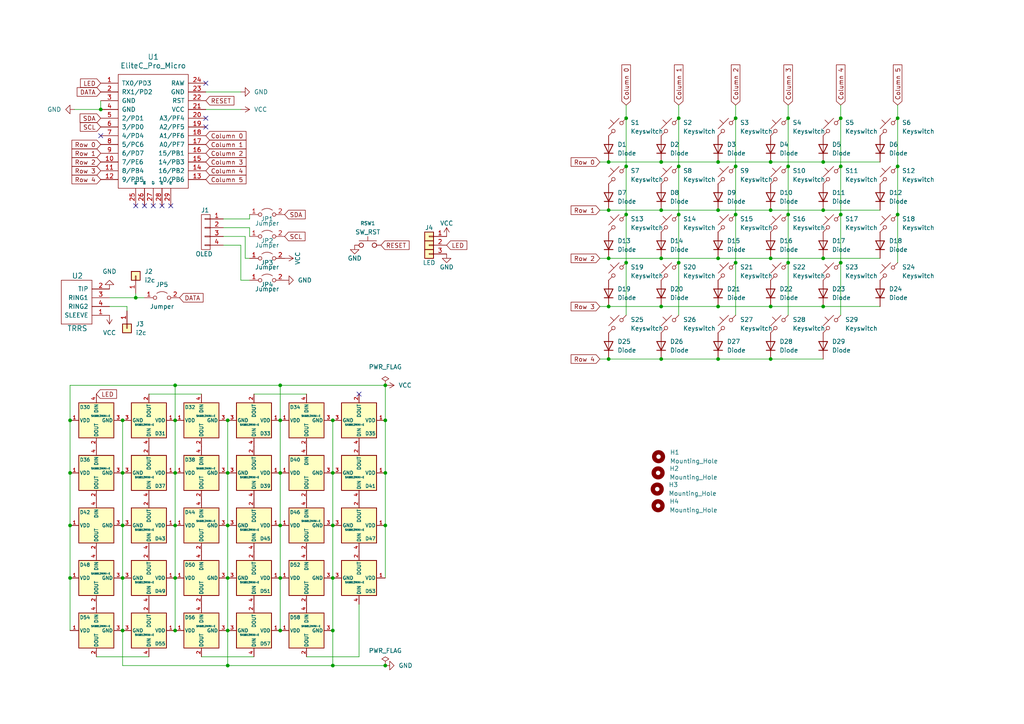
<source format=kicad_sch>
(kicad_sch (version 20230121) (generator eeschema)
  (paper "A4")
  (junction (at 66.04 182.88))
  (junction (at 66.04 137.16))
  (junction (at 81.28 137.16))
  (junction (at 208.28 74.93))
  (junction (at 213.36 62.23))
  (junction (at 81.28 152.4))
  (junction (at 35.56 182.88))
  (junction (at 238.76 74.93))
  (junction (at 50.8 167.64))
  (junction (at 238.76 46.99))
  (junction (at 243.84 76.2))
  (junction (at 181.61 34.29))
  (junction (at 191.77 46.99))
  (junction (at 181.61 76.2))
  (junction (at 111.76 111.76))
  (junction (at 191.77 88.9))
  (junction (at 176.53 88.9))
  (junction (at 196.85 48.26))
  (junction (at 20.32 121.92))
  (junction (at 81.28 182.88))
  (junction (at 50.8 137.16))
  (junction (at 260.35 48.26))
  (junction (at 243.84 34.29))
  (junction (at 66.04 167.64))
  (junction (at 96.52 121.92))
  (junction (at 208.28 46.99))
  (junction (at 228.6 62.23))
  (junction (at 35.56 167.64))
  (junction (at 181.61 62.23))
  (junction (at 35.56 152.4))
  (junction (at 243.84 48.26))
  (junction (at 196.85 62.23))
  (junction (at 196.85 76.2))
  (junction (at 50.8 182.88))
  (junction (at 20.32 167.64))
  (junction (at 39.37 86.36))
  (junction (at 238.76 60.96))
  (junction (at 228.6 48.26))
  (junction (at 208.28 60.96))
  (junction (at 111.76 193.04))
  (junction (at 35.56 137.16))
  (junction (at 81.28 111.76))
  (junction (at 196.85 34.29))
  (junction (at 223.52 74.93))
  (junction (at 20.32 152.4))
  (junction (at 29.21 31.75))
  (junction (at 176.53 46.99))
  (junction (at 208.28 104.14))
  (junction (at 111.76 152.4))
  (junction (at 20.32 137.16))
  (junction (at 176.53 104.14))
  (junction (at 213.36 76.2))
  (junction (at 50.8 121.92))
  (junction (at 243.84 62.23))
  (junction (at 96.52 193.04))
  (junction (at 81.28 167.64))
  (junction (at 223.52 46.99))
  (junction (at 96.52 167.64))
  (junction (at 260.35 34.29))
  (junction (at 66.04 193.04))
  (junction (at 260.35 62.23))
  (junction (at 176.53 60.96))
  (junction (at 228.6 34.29))
  (junction (at 96.52 137.16))
  (junction (at 66.04 121.92))
  (junction (at 181.61 48.26))
  (junction (at 50.8 152.4))
  (junction (at 176.53 74.93))
  (junction (at 35.56 121.92))
  (junction (at 191.77 74.93))
  (junction (at 223.52 104.14))
  (junction (at 96.52 152.4))
  (junction (at 213.36 48.26))
  (junction (at 213.36 34.29))
  (junction (at 50.8 111.76))
  (junction (at 111.76 137.16))
  (junction (at 223.52 88.9))
  (junction (at 66.04 152.4))
  (junction (at 81.28 121.92))
  (junction (at 96.52 182.88))
  (junction (at 228.6 76.2))
  (junction (at 191.77 60.96))
  (junction (at 191.77 104.14))
  (junction (at 111.76 121.92))
  (junction (at 238.76 88.9))
  (junction (at 223.52 60.96))
  (junction (at 208.28 88.9))
  (no_connect (at 46.99 59.69))
  (no_connect (at 59.69 36.83))
  (no_connect (at 41.91 59.69))
  (no_connect (at 44.45 59.69))
  (no_connect (at 59.69 24.13))
  (no_connect (at 104.14 114.3))
  (no_connect (at 59.69 34.29))
  (no_connect (at 39.37 59.69))
  (no_connect (at 49.53 59.69))
  (no_connect (at 29.21 39.37))
  (wire (pts (xy 50.8 111.76) (xy 50.8 121.92)))
  (wire (pts (xy 111.76 137.16) (xy 111.76 152.4)))
  (wire (pts (xy 243.84 76.2) (xy 243.84 91.44)))
  (wire (pts (xy 35.56 152.4) (xy 35.56 167.64)))
  (wire (pts (xy 20.32 121.92) (xy 20.32 137.16)))
  (wire (pts (xy 81.28 111.76) (xy 81.28 121.92)))
  (wire (pts (xy 111.76 121.92) (xy 111.76 137.16)))
  (wire (pts (xy 238.76 74.93) (xy 255.27 74.93)))
  (wire (pts (xy 81.28 137.16) (xy 81.28 152.4)))
  (wire (pts (xy 29.21 29.21) (xy 29.21 31.75)))
  (wire (pts (xy 31.75 86.36) (xy 39.37 86.36)))
  (wire (pts (xy 50.8 152.4) (xy 50.8 167.64)))
  (wire (pts (xy 223.52 46.99) (xy 238.76 46.99)))
  (wire (pts (xy 176.53 74.93) (xy 191.77 74.93)))
  (wire (pts (xy 81.28 111.76) (xy 111.76 111.76)))
  (wire (pts (xy 64.77 68.58) (xy 71.12 68.58)))
  (wire (pts (xy 50.8 137.16) (xy 50.8 152.4)))
  (wire (pts (xy 81.28 121.92) (xy 81.28 137.16)))
  (wire (pts (xy 69.85 71.12) (xy 69.85 81.28)))
  (wire (pts (xy 228.6 62.23) (xy 228.6 76.2)))
  (wire (pts (xy 69.85 81.28) (xy 72.39 81.28)))
  (wire (pts (xy 243.84 62.23) (xy 243.84 76.2)))
  (wire (pts (xy 243.84 30.48) (xy 243.84 34.29)))
  (wire (pts (xy 223.52 60.96) (xy 238.76 60.96)))
  (wire (pts (xy 81.28 167.64) (xy 81.28 182.88)))
  (wire (pts (xy 228.6 30.48) (xy 228.6 34.29)))
  (wire (pts (xy 64.77 66.04) (xy 72.39 66.04)))
  (wire (pts (xy 223.52 104.14) (xy 238.76 104.14)))
  (wire (pts (xy 20.32 111.76) (xy 50.8 111.76)))
  (wire (pts (xy 36.83 88.9) (xy 36.83 90.17)))
  (wire (pts (xy 196.85 34.29) (xy 196.85 48.26)))
  (wire (pts (xy 196.85 62.23) (xy 196.85 76.2)))
  (wire (pts (xy 191.77 88.9) (xy 208.28 88.9)))
  (wire (pts (xy 181.61 76.2) (xy 181.61 91.44)))
  (wire (pts (xy 228.6 76.2) (xy 228.6 91.44)))
  (wire (pts (xy 173.99 60.96) (xy 176.53 60.96)))
  (wire (pts (xy 72.39 66.04) (xy 72.39 68.58)))
  (wire (pts (xy 96.52 167.64) (xy 96.52 182.88)))
  (wire (pts (xy 181.61 34.29) (xy 181.61 48.26)))
  (wire (pts (xy 59.69 31.75) (xy 69.85 31.75)))
  (wire (pts (xy 191.77 60.96) (xy 208.28 60.96)))
  (wire (pts (xy 173.99 104.14) (xy 176.53 104.14)))
  (wire (pts (xy 223.52 74.93) (xy 238.76 74.93)))
  (wire (pts (xy 27.94 190.5) (xy 43.18 190.5)))
  (wire (pts (xy 208.28 74.93) (xy 223.52 74.93)))
  (wire (pts (xy 223.52 88.9) (xy 238.76 88.9)))
  (wire (pts (xy 20.32 167.64) (xy 20.32 182.88)))
  (wire (pts (xy 66.04 121.92) (xy 66.04 137.16)))
  (wire (pts (xy 96.52 121.92) (xy 96.52 137.16)))
  (wire (pts (xy 96.52 137.16) (xy 96.52 152.4)))
  (wire (pts (xy 66.04 152.4) (xy 66.04 167.64)))
  (wire (pts (xy 35.56 167.64) (xy 35.56 182.88)))
  (wire (pts (xy 213.36 76.2) (xy 213.36 91.44)))
  (wire (pts (xy 228.6 34.29) (xy 228.6 48.26)))
  (wire (pts (xy 260.35 48.26) (xy 260.35 62.23)))
  (wire (pts (xy 66.04 193.04) (xy 96.52 193.04)))
  (wire (pts (xy 96.52 152.4) (xy 96.52 167.64)))
  (wire (pts (xy 71.12 74.93) (xy 72.39 74.93)))
  (wire (pts (xy 58.42 190.5) (xy 73.66 190.5)))
  (wire (pts (xy 20.32 111.76) (xy 20.32 121.92)))
  (wire (pts (xy 181.61 62.23) (xy 181.61 76.2)))
  (wire (pts (xy 20.32 137.16) (xy 20.32 152.4)))
  (wire (pts (xy 213.36 34.29) (xy 213.36 48.26)))
  (wire (pts (xy 81.28 152.4) (xy 81.28 167.64)))
  (wire (pts (xy 50.8 121.92) (xy 50.8 137.16)))
  (wire (pts (xy 35.56 121.92) (xy 35.56 137.16)))
  (wire (pts (xy 238.76 46.99) (xy 255.27 46.99)))
  (wire (pts (xy 66.04 182.88) (xy 66.04 193.04)))
  (wire (pts (xy 96.52 182.88) (xy 96.52 193.04)))
  (wire (pts (xy 260.35 62.23) (xy 260.35 76.2)))
  (wire (pts (xy 176.53 46.99) (xy 191.77 46.99)))
  (wire (pts (xy 213.36 62.23) (xy 213.36 76.2)))
  (wire (pts (xy 181.61 48.26) (xy 181.61 62.23)))
  (wire (pts (xy 176.53 104.14) (xy 191.77 104.14)))
  (wire (pts (xy 72.39 63.5) (xy 72.39 62.23)))
  (wire (pts (xy 208.28 46.99) (xy 223.52 46.99)))
  (wire (pts (xy 50.8 167.64) (xy 50.8 182.88)))
  (wire (pts (xy 208.28 104.14) (xy 223.52 104.14)))
  (wire (pts (xy 39.37 86.36) (xy 39.37 85.09)))
  (wire (pts (xy 71.12 68.58) (xy 71.12 74.93)))
  (wire (pts (xy 196.85 76.2) (xy 196.85 91.44)))
  (wire (pts (xy 111.76 152.4) (xy 111.76 167.64)))
  (wire (pts (xy 50.8 111.76) (xy 81.28 111.76)))
  (wire (pts (xy 39.37 86.36) (xy 41.91 86.36)))
  (wire (pts (xy 238.76 88.9) (xy 255.27 88.9)))
  (wire (pts (xy 59.69 26.67) (xy 69.85 26.67)))
  (wire (pts (xy 96.52 193.04) (xy 111.76 193.04)))
  (wire (pts (xy 104.14 175.26) (xy 104.14 190.5)))
  (wire (pts (xy 111.76 111.76) (xy 111.76 121.92)))
  (wire (pts (xy 196.85 48.26) (xy 196.85 62.23)))
  (wire (pts (xy 35.56 182.88) (xy 35.56 193.04)))
  (wire (pts (xy 176.53 88.9) (xy 191.77 88.9)))
  (wire (pts (xy 69.85 71.12) (xy 64.77 71.12)))
  (wire (pts (xy 191.77 104.14) (xy 208.28 104.14)))
  (wire (pts (xy 21.59 31.75) (xy 29.21 31.75)))
  (wire (pts (xy 196.85 30.48) (xy 196.85 34.29)))
  (wire (pts (xy 260.35 34.29) (xy 260.35 48.26)))
  (wire (pts (xy 243.84 48.26) (xy 243.84 62.23)))
  (wire (pts (xy 66.04 167.64) (xy 66.04 182.88)))
  (wire (pts (xy 173.99 46.99) (xy 176.53 46.99)))
  (wire (pts (xy 20.32 152.4) (xy 20.32 167.64)))
  (wire (pts (xy 173.99 88.9) (xy 176.53 88.9)))
  (wire (pts (xy 191.77 74.93) (xy 208.28 74.93)))
  (wire (pts (xy 208.28 60.96) (xy 223.52 60.96)))
  (wire (pts (xy 43.18 114.3) (xy 58.42 114.3)))
  (wire (pts (xy 181.61 30.48) (xy 181.61 34.29)))
  (wire (pts (xy 88.9 190.5) (xy 104.14 190.5)))
  (wire (pts (xy 66.04 137.16) (xy 66.04 152.4)))
  (wire (pts (xy 260.35 30.48) (xy 260.35 34.29)))
  (wire (pts (xy 191.77 46.99) (xy 208.28 46.99)))
  (wire (pts (xy 31.75 88.9) (xy 36.83 88.9)))
  (wire (pts (xy 238.76 60.96) (xy 255.27 60.96)))
  (wire (pts (xy 35.56 193.04) (xy 66.04 193.04)))
  (wire (pts (xy 73.66 114.3) (xy 88.9 114.3)))
  (wire (pts (xy 243.84 34.29) (xy 243.84 48.26)))
  (wire (pts (xy 35.56 137.16) (xy 35.56 152.4)))
  (wire (pts (xy 176.53 60.96) (xy 191.77 60.96)))
  (wire (pts (xy 213.36 48.26) (xy 213.36 62.23)))
  (wire (pts (xy 208.28 88.9) (xy 223.52 88.9)))
  (wire (pts (xy 228.6 48.26) (xy 228.6 62.23)))
  (wire (pts (xy 173.99 74.93) (xy 176.53 74.93)))
  (wire (pts (xy 213.36 30.48) (xy 213.36 34.29)))
  (wire (pts (xy 64.77 63.5) (xy 72.39 63.5)))
  (global_label "Column 1" (shape input) (at 196.85 30.48 90) (property "Intersheetrefs" "${INTERSHEET_REFS}" (effects hide)))
  (global_label "LED" (shape input) (at 29.21 24.13 180) (property "Intersheetrefs" "${INTERSHEET_REFS}" (effects hide)))
  (global_label "Column 2" (shape input) (at 59.69 44.45 0) (property "Intersheetrefs" "${INTERSHEET_REFS}" (effects hide)))
  (global_label "SCL" (shape input) (at 82.55 68.58 0) (property "Intersheetrefs" "${INTERSHEET_REFS}" (effects hide)))
  (global_label "SCL" (shape input) (at 29.21 36.83 180) (property "Intersheetrefs" "${INTERSHEET_REFS}" (effects hide)))
  (global_label "Row 4" (shape input) (at 173.99 104.14 180) (property "Intersheetrefs" "${INTERSHEET_REFS}" (effects hide)))
  (global_label "Row 3" (shape input) (at 173.99 88.9 180) (property "Intersheetrefs" "${INTERSHEET_REFS}" (effects hide)))
  (global_label "RESET" (shape input) (at 110.49 71.12 0) (property "Intersheetrefs" "${INTERSHEET_REFS}" (effects hide)))
  (global_label "Column 4" (shape input) (at 59.69 49.53 0) (property "Intersheetrefs" "${INTERSHEET_REFS}" (effects hide)))
  (global_label "Column 3" (shape input) (at 228.6 30.48 90) (property "Intersheetrefs" "${INTERSHEET_REFS}" (effects hide)))
  (global_label "Row 1" (shape input) (at 173.99 60.96 180) (property "Intersheetrefs" "${INTERSHEET_REFS}" (effects hide)))
  (global_label "Column 5" (shape input) (at 59.69 52.07 0) (property "Intersheetrefs" "${INTERSHEET_REFS}" (effects hide)))
  (global_label "Column 2" (shape input) (at 213.36 30.48 90) (property "Intersheetrefs" "${INTERSHEET_REFS}" (effects hide)))
  (global_label "DATA" (shape input) (at 52.07 86.36 0) (property "Intersheetrefs" "${INTERSHEET_REFS}" (effects hide)))
  (global_label "LED" (shape input) (at 129.54 71.12 0) (property "Intersheetrefs" "${INTERSHEET_REFS}" (effects hide)))
  (global_label "Row 0" (shape input) (at 29.21 41.91 180) (property "Intersheetrefs" "${INTERSHEET_REFS}" (effects hide)))
  (global_label "Row 1" (shape input) (at 29.21 44.45 180) (property "Intersheetrefs" "${INTERSHEET_REFS}" (effects hide)))
  (global_label "Column 0" (shape input) (at 181.61 30.48 90) (property "Intersheetrefs" "${INTERSHEET_REFS}" (effects hide)))
  (global_label "Row 3" (shape input) (at 29.21 49.53 180) (property "Intersheetrefs" "${INTERSHEET_REFS}" (effects hide)))
  (global_label "Row 2" (shape input) (at 29.21 46.99 180) (property "Intersheetrefs" "${INTERSHEET_REFS}" (effects hide)))
  (global_label "RESET" (shape input) (at 59.69 29.21 0) (property "Intersheetrefs" "${INTERSHEET_REFS}" (effects hide)))
  (global_label "Column 1" (shape input) (at 59.69 41.91 0) (property "Intersheetrefs" "${INTERSHEET_REFS}" (effects hide)))
  (global_label "Row 4" (shape input) (at 29.21 52.07 180) (property "Intersheetrefs" "${INTERSHEET_REFS}" (effects hide)))
  (global_label "LED" (shape input) (at 27.94 114.3 0) (property "Intersheetrefs" "${INTERSHEET_REFS}" (effects hide)))
  (global_label "SDA" (shape input) (at 29.21 34.29 180) (property "Intersheetrefs" "${INTERSHEET_REFS}" (effects hide)))
  (global_label "Column 5" (shape input) (at 260.35 30.48 90) (property "Intersheetrefs" "${INTERSHEET_REFS}" (effects hide)))
  (global_label "DATA" (shape input) (at 29.21 26.67 180) (property "Intersheetrefs" "${INTERSHEET_REFS}" (effects hide)))
  (global_label "Column 4" (shape input) (at 243.84 30.48 90) (property "Intersheetrefs" "${INTERSHEET_REFS}" (effects hide)))
  (global_label "SDA" (shape input) (at 82.55 62.23 0) (property "Intersheetrefs" "${INTERSHEET_REFS}" (effects hide)))
  (global_label "Column 3" (shape input) (at 59.69 46.99 0) (property "Intersheetrefs" "${INTERSHEET_REFS}" (effects hide)))
  (global_label "Row 0" (shape input) (at 173.99 46.99 180) (property "Intersheetrefs" "${INTERSHEET_REFS}" (effects hide)))
  (global_label "Row 2" (shape input) (at 173.99 74.93 180) (property "Intersheetrefs" "${INTERSHEET_REFS}" (effects hide)))
  (global_label "Column 0" (shape input) (at 59.69 39.37 0) (property "Intersheetrefs" "${INTERSHEET_REFS}" (effects hide)))
  (symbol (lib_id "ScottoKeebs:Placeholder_Keyswitch") (at 257.81 64.77 90) (unit 1)
    (property "Reference" "S18" (at 261.62 63.5 90) (effects (justify right)))
    (property "Value" "Keyswitch" (at 261.62 66.04 90) (effects (justify right)))
    (property "Footprint" "mylocal_footprints:Choc_Hotswap-double-sided" (effects hide))
  )
  (symbol (lib_id "ScottoKeebs:Placeholder_Keyswitch") (at 179.07 64.77 90) (unit 1)
    (property "Reference" "S13" (at 182.88 63.5 90) (effects (justify right)))
    (property "Value" "Keyswitch" (at 182.88 66.04 90) (effects (justify right)))
    (property "Footprint" "mylocal_footprints:Choc_Hotswap-double-sided" (effects hide))
  )
  (symbol (lib_id "SofleKeyboard1:LED_SK6812MINI-E-alt") (at 43.18 152.4 180) (unit 1)
    (property "Reference" "D43" (at 46.48 156.21 0) (effects (font (size 1 1))))
    (property "Value" "SK6812MINI-E" (at 41.91 153.67 0) (effects (font (size 0.5 0.5))))
    (property "Footprint" "mylocal_footprints:SK6812-MINI-E-double-side" (effects hide))
    (property "Datasheet" "https://cdn-shop.adafruit.com/product-files/2686/SK6812MINI_REV.01-1-2.pdf" (effects hide))
  )
  (symbol (lib_id "ScottoKeebs:Placeholder_Mounting_Hole") (at 191.008 132.461 0) (unit 1)
    (property "Reference" "H1" (at 194.31 131.191 0) (effects (justify left)))
    (property "Value" "Mounting_Hole" (at 194.31 133.731 0) (effects (justify left)))
    (property "Footprint" "MountingHole:MountingHole_3.2mm_M3" (effects hide))
  )
  (symbol (lib_id "SofleKeyboard1:LED_SK6812MINI-E-alt") (at 43.18 121.92 180) (unit 1)
    (property "Reference" "D31" (at 46.48 125.73 0) (effects (font (size 1 1))))
    (property "Value" "SK6812MINI-E" (at 41.91 123.19 0) (effects (font (size 0.5 0.5))))
    (property "Footprint" "mylocal_footprints:SK6812-MINI-E-double-side" (effects hide))
    (property "Datasheet" "https://cdn-shop.adafruit.com/product-files/2686/SK6812MINI_REV.01-1-2.pdf" (effects hide))
  )
  (symbol (lib_id "ScottoKeebs:Placeholder_Diode") (at 191.77 100.33 90) (unit 1)
    (property "Reference" "D26" (at 194.31 99.06 90) (effects (justify right)))
    (property "Value" "Diode" (at 194.31 101.6 90) (effects (justify right)))
    (property "Footprint" "mylocal_footprints:Diode_SOD-123-double-sided" (effects hide))
    (property "Sim.Device" "D" (effects hide))
    (property "Sim.Pins" "1=K 2=A" (effects hide))
  )
  (symbol (lib_id "ScottoKeebs:Placeholder_Diode") (at 255.27 85.09 90) (unit 1)
    (property "Reference" "D24" (at 257.81 83.82 90) (effects (justify right)))
    (property "Value" "Diode" (at 257.81 86.36 90) (effects (justify right)))
    (property "Footprint" "mylocal_footprints:Diode_SOD-123-double-sided" (effects hide))
    (property "Sim.Device" "D" (effects hide))
    (property "Sim.Pins" "1=K 2=A" (effects hide))
  )
  (symbol (lib_id "SofleKeyboard1:LED_SK6812MINI-E-alt") (at 73.66 137.16 180) (unit 1)
    (property "Reference" "D39" (at 76.96 140.97 0) (effects (font (size 1 1))))
    (property "Value" "SK6812MINI-E" (at 72.39 138.43 0) (effects (font (size 0.5 0.5))))
    (property "Footprint" "mylocal_footprints:SK6812-MINI-E-double-side" (effects hide))
    (property "Datasheet" "https://cdn-shop.adafruit.com/product-files/2686/SK6812MINI_REV.01-1-2.pdf" (effects hide))
  )
  (symbol (lib_id "ScottoKeebs:Placeholder_Keyswitch") (at 179.07 50.8 90) (unit 1)
    (property "Reference" "S7" (at 182.88 49.53 90) (effects (justify right)))
    (property "Value" "Keyswitch" (at 182.88 52.07 90) (effects (justify right)))
    (property "Footprint" "mylocal_footprints:Choc_Hotswap-double-sided" (effects hide))
  )
  (symbol (lib_id "SofleKeyboard1:LED_SK6812MINI-E-alt") (at 104.14 167.64 180) (unit 1)
    (property "Reference" "D53" (at 107.44 171.45 0) (effects (font (size 1 1))))
    (property "Value" "SK6812MINI-E" (at 102.87 168.91 0) (effects (font (size 0.5 0.5))))
    (property "Footprint" "mylocal_footprints:SK6812-MINI-E-double-side" (effects hide))
    (property "Datasheet" "https://cdn-shop.adafruit.com/product-files/2686/SK6812MINI_REV.01-1-2.pdf" (effects hide))
  )
  (symbol (lib_id "ScottoKeebs:Placeholder_Keyswitch") (at 210.82 93.98 90) (unit 1)
    (property "Reference" "S27" (at 214.63 92.71 90) (effects (justify right)))
    (property "Value" "Keyswitch" (at 214.63 95.25 90) (effects (justify right)))
    (property "Footprint" "mylocal_footprints:Choc_Hotswap-double-sided" (effects hide))
  )
  (symbol (lib_id "ScottoKeebs:Placeholder_Diode") (at 176.53 100.33 90) (unit 1)
    (property "Reference" "D25" (at 179.07 99.06 90) (effects (justify right)))
    (property "Value" "Diode" (at 179.07 101.6 90) (effects (justify right)))
    (property "Footprint" "mylocal_footprints:Diode_SOD-123-double-sided" (effects hide))
    (property "Sim.Device" "D" (effects hide))
    (property "Sim.Pins" "1=K 2=A" (effects hide))
  )
  (symbol (lib_id "untitled:SofleKeyboard-rescue_i2c_pin-Lily58-cache-Lily58_Pro-rescue-sofle") (at 39.37 80.01 90) (unit 1)
    (property "Reference" "J2" (at 41.91 78.74 90) (effects (justify right)))
    (property "Value" "i2c" (at 41.91 81.28 90) (effects (justify right)))
    (property "Footprint" "untitled:1pin_conn" (effects hide))
  )
  (symbol (lib_id "SofleKeyboard1:LED_SK6812MINI-E-alt") (at 88.9 137.16 0) (unit 1)
    (property "Reference" "D40" (at 85.6 133.35 0) (effects (font (size 1 1))))
    (property "Value" "SK6812MINI-E" (effects hide))
    (property "Footprint" "mylocal_footprints:SK6812-MINI-E-double-side" (effects hide))
    (property "Datasheet" "https://cdn-shop.adafruit.com/product-files/2686/SK6812MINI_REV.01-1-2.pdf" (effects hide))
  )
  (symbol (lib_id "ScottoKeebs:Placeholder_Diode") (at 238.76 100.33 90) (unit 1)
    (property "Reference" "D29" (at 241.3 99.06 90) (effects (justify right)))
    (property "Value" "Diode" (at 241.3 101.6 90) (effects (justify right)))
    (property "Footprint" "mylocal_footprints:Diode_SOD-123-double-sided" (effects hide))
    (property "Sim.Device" "D" (effects hide))
    (property "Sim.Pins" "1=K 2=A" (effects hide))
  )
  (symbol (lib_id "untitled:SofleKeyboard-rescue_OLED-Lily58-cache-Lily58_Pro-rescue-sofle") (at 59.69 67.31 0) (mirror y) (unit 1)
    (property "Reference" "J1" (at 60.69 60.96 0) (effects (justify left)))
    (property "Value" "OLED" (at 61.69 73.66 0) (effects (justify left)))
    (property "Footprint" "untitled:OLED_4Pin" (effects hide))
  )
  (symbol (lib_id "ScottoKeebs:Placeholder_Keyswitch") (at 257.81 78.74 90) (unit 1)
    (property "Reference" "S24" (at 261.62 77.47 90) (effects (justify right)))
    (property "Value" "Keyswitch" (at 261.62 80.01 90) (effects (justify right)))
    (property "Footprint" "mylocal_footprints:Choc_Hotswap-double-sided" (effects hide))
  )
  (symbol (lib_id "ScottoKeebs:Placeholder_Diode") (at 191.77 57.15 90) (unit 1)
    (property "Reference" "D8" (at 194.31 55.88 90) (effects (justify right)))
    (property "Value" "Diode" (at 194.31 58.42 90) (effects (justify right)))
    (property "Footprint" "mylocal_footprints:Diode_SOD-123-double-sided" (effects hide))
    (property "Sim.Device" "D" (effects hide))
    (property "Sim.Pins" "1=K 2=A" (effects hide))
  )
  (symbol (lib_id "ScottoKeebs:Placeholder_Keyswitch") (at 179.07 93.98 90) (unit 1)
    (property "Reference" "S25" (at 182.88 92.71 90) (effects (justify right)))
    (property "Value" "Keyswitch" (at 182.88 95.25 90) (effects (justify right)))
    (property "Footprint" "mylocal_footprints:Choc_Hotswap-double-sided" (effects hide))
  )
  (symbol (lib_id "power:PWR_FLAG") (at 111.76 193.04 0) (unit 1)
    (property "Reference" "#FLG02" (effects hide))
    (property "Value" "PWR_FLAG" (at 111.76 188.722 0))
  )
  (symbol (lib_id "ScottoKeebs:Placeholder_Diode") (at 176.53 43.18 90) (unit 1)
    (property "Reference" "D1" (at 179.07 41.91 90) (effects (justify right)))
    (property "Value" "Diode" (at 179.07 44.45 90) (effects (justify right)))
    (property "Footprint" "mylocal_footprints:Diode_SOD-123-double-sided" (effects hide))
    (property "Sim.Device" "D" (effects hide))
    (property "Sim.Pins" "1=K 2=A" (effects hide))
  )
  (symbol (lib_id "ScottoKeebs:Placeholder_TRRS") (at 22.86 93.98 0) (mirror y) (unit 1)
    (property "Reference" "U2" (at 24.13 80.01 0) (effects (font (size 1.524 1.524)) (justify left)))
    (property "Value" "TRRS" (at 25.4 95.25 0) (effects (font (size 1.524 1.524)) (justify left)))
    (property "Footprint" "ScottoKeebs_Components:TRRS_PJ-320A" (effects hide))
  )
  (symbol (lib_id "ScottoKeebs:Placeholder_Keyswitch") (at 257.81 36.83 90) (unit 1)
    (property "Reference" "S6" (at 261.62 35.56 90) (effects (justify right)))
    (property "Value" "Keyswitch" (at 261.62 38.1 90) (effects (justify right)))
    (property "Footprint" "mylocal_footprints:Choc_Hotswap-double-sided" (effects hide))
  )
  (symbol (lib_id "Jumper:Jumper_2_Open") (at 77.47 68.58 0) (unit 1)
    (property "Reference" "JP2" (at 77.47 69.85 0))
    (property "Value" "Jumper" (at 77.47 71.12 0))
    (property "Footprint" "mylocal_footprints:jumper_data-MOD" (effects hide))
  )
  (symbol (lib_id "ScottoKeebs:Placeholder_Mounting_Hole") (at 190.627 141.859 0) (unit 1)
    (property "Reference" "H3" (at 193.929 140.589 0) (effects (justify left)))
    (property "Value" "Mounting_Hole" (at 193.929 143.129 0) (effects (justify left)))
    (property "Footprint" "MountingHole:MountingHole_3.2mm_M3" (effects hide))
  )
  (symbol (lib_id "ScottoKeebs:Placeholder_Diode") (at 176.53 57.15 90) (unit 1)
    (property "Reference" "D7" (at 179.07 55.88 90) (effects (justify right)))
    (property "Value" "Diode" (at 179.07 58.42 90) (effects (justify right)))
    (property "Footprint" "mylocal_footprints:Diode_SOD-123-double-sided" (effects hide))
    (property "Sim.Device" "D" (effects hide))
    (property "Sim.Pins" "1=K 2=A" (effects hide))
  )
  (symbol (lib_id "SofleKeyboard1:LED_SK6812MINI-E-alt") (at 43.18 182.88 180) (unit 1)
    (property "Reference" "D55" (at 46.48 186.69 0) (effects (font (size 1 1))))
    (property "Value" "SK6812MINI-E" (at 41.91 184.15 0) (effects (font (size 0.5 0.5))))
    (property "Footprint" "mylocal_footprints:SK6812-MINI-E-double-side" (effects hide))
    (property "Datasheet" "https://cdn-shop.adafruit.com/product-files/2686/SK6812MINI_REV.01-1-2.pdf" (effects hide))
  )
  (symbol (lib_id "ScottoKeebs:MCU_Arduino_Pro_Micro") (at 44.45 38.1 0) (unit 1)
    (property "Reference" "U1" (at 44.45 16.51 0) (effects (font (size 1.524 1.524))))
    (property "Value" "EliteC_Pro_Micro" (at 44.45 19.05 0) (effects (font (size 1.524 1.524))))
    (property "Footprint" "Keebio-Parts:Elite-C" (effects hide))
  )
  (symbol (lib_id "ScottoKeebs:Placeholder_Diode") (at 255.27 43.18 90) (unit 1)
    (property "Reference" "D6" (at 257.81 41.91 90) (effects (justify right)))
    (property "Value" "Diode" (at 257.81 44.45 90) (effects (justify right)))
    (property "Footprint" "mylocal_footprints:Diode_SOD-123-double-sided" (effects hide))
    (property "Sim.Device" "D" (effects hide))
    (property "Sim.Pins" "1=K 2=A" (effects hide))
  )
  (symbol (lib_id "ScottoKeebs:Placeholder_Keyswitch") (at 241.3 36.83 90) (unit 1)
    (property "Reference" "S5" (at 245.11 35.56 90) (effects (justify right)))
    (property "Value" "Keyswitch" (at 245.11 38.1 90) (effects (justify right)))
    (property "Footprint" "mylocal_footprints:Choc_Hotswap-double-sided" (effects hide))
  )
  (symbol (lib_id "power:GND") (at 129.54 73.66 0) (unit 1)
    (property "Reference" "#PWR010" (effects hide))
    (property "Value" "GND" (at 129.54 77.47 0))
  )
  (symbol (lib_id "SofleKeyboard1:LED_SK6812MINI-E-alt") (at 43.18 167.64 180) (unit 1)
    (property "Reference" "D49" (at 46.48 171.45 0) (effects (font (size 1 1))))
    (property "Value" "SK6812MINI-E" (at 41.91 168.91 0) (effects (font (size 0.5 0.5))))
    (property "Footprint" "mylocal_footprints:SK6812-MINI-E-double-side" (effects hide))
    (property "Datasheet" "https://cdn-shop.adafruit.com/product-files/2686/SK6812MINI_REV.01-1-2.pdf" (effects hide))
  )
  (symbol (lib_id "ScottoKeebs:Placeholder_Mounting_Hole") (at 190.881 137.16 0) (unit 1)
    (property "Reference" "H2" (at 194.183 135.89 0) (effects (justify left)))
    (property "Value" "Mounting_Hole" (at 194.183 138.43 0) (effects (justify left)))
    (property "Footprint" "MountingHole:MountingHole_3.2mm_M3" (effects hide))
  )
  (symbol (lib_id "power:PWR_FLAG") (at 111.76 111.76 0) (unit 1)
    (property "Reference" "#FLG01" (effects hide))
    (property "Value" "PWR_FLAG" (at 111.76 106.426 0))
  )
  (symbol (lib_id "ScottoKeebs:Placeholder_Diode") (at 238.76 43.18 90) (unit 1)
    (property "Reference" "D5" (at 241.3 41.91 90) (effects (justify right)))
    (property "Value" "Diode" (at 241.3 44.45 90) (effects (justify right)))
    (property "Footprint" "mylocal_footprints:Diode_SOD-123-double-sided" (effects hide))
    (property "Sim.Device" "D" (effects hide))
    (property "Sim.Pins" "1=K 2=A" (effects hide))
  )
  (symbol (lib_id "ScottoKeebs:Placeholder_Diode") (at 208.28 43.18 90) (unit 1)
    (property "Reference" "D3" (at 210.82 41.91 90) (effects (justify right)))
    (property "Value" "Diode" (at 210.82 44.45 90) (effects (justify right)))
    (property "Footprint" "mylocal_footprints:Diode_SOD-123-double-sided" (effects hide))
    (property "Sim.Device" "D" (effects hide))
    (property "Sim.Pins" "1=K 2=A" (effects hide))
  )
  (symbol (lib_id "power:GND") (at 69.85 26.67 90) (unit 1)
    (property "Reference" "#PWR01" (effects hide))
    (property "Value" "GND" (at 73.66 26.67 90) (effects (justify right)))
  )
  (symbol (lib_id "power:GND") (at 82.55 81.28 90) (unit 1)
    (property "Reference" "#PWR05" (effects hide))
    (property "Value" "GND" (at 86.36 81.28 90) (effects (justify right)))
  )
  (symbol (lib_id "SofleKeyboard1:LED_SK6812MINI-E-alt") (at 104.14 121.92 180) (unit 1)
    (property "Reference" "D35" (at 107.44 125.73 0) (effects (font (size 1 1))))
    (property "Value" "SK6812MINI-E" (at 102.87 123.19 0) (effects (font (size 0.5 0.5))))
    (property "Footprint" "mylocal_footprints:SK6812-MINI-E-double-side" (effects hide))
    (property "Datasheet" "https://cdn-shop.adafruit.com/product-files/2686/SK6812MINI_REV.01-1-2.pdf" (effects hide))
  )
  (symbol (lib_id "ScottoKeebs:Placeholder_Keyswitch") (at 194.31 36.83 90) (unit 1)
    (property "Reference" "S2" (at 198.12 35.56 90) (effects (justify right)))
    (property "Value" "Keyswitch" (at 198.12 38.1 90) (effects (justify right)))
    (property "Footprint" "mylocal_footprints:Choc_Hotswap-double-sided" (effects hide))
  )
  (symbol (lib_id "ScottoKeebs:Placeholder_Mounting_Hole") (at 190.881 146.685 0) (unit 1)
    (property "Reference" "H4" (at 194.183 145.415 0) (effects (justify left)))
    (property "Value" "Mounting_Hole" (at 194.183 147.955 0) (effects (justify left)))
    (property "Footprint" "MountingHole:MountingHole_3.2mm_M3" (effects hide))
  )
  (symbol (lib_id "untitled:SofleKeyboard-rescue_i2c_pin-Lily58-cache-Lily58_Pro-rescue-sofle") (at 36.83 95.25 270) (unit 1)
    (property "Reference" "J3" (at 39.37 93.98 90) (effects (justify left)))
    (property "Value" "i2c" (at 39.37 96.52 90) (effects (justify left)))
    (property "Footprint" "untitled:1pin_conn" (effects hide))
  )
  (symbol (lib_id "power:GND") (at 102.87 71.12 0) (unit 1)
    (property "Reference" "#PWR09" (effects hide))
    (property "Value" "GND" (at 102.87 74.93 0))
  )
  (symbol (lib_id "ScottoKeebs:Placeholder_Keyswitch") (at 241.3 50.8 90) (unit 1)
    (property "Reference" "S11" (at 245.11 49.53 90) (effects (justify right)))
    (property "Value" "Keyswitch" (at 245.11 52.07 90) (effects (justify right)))
    (property "Footprint" "mylocal_footprints:Choc_Hotswap-double-sided" (effects hide))
  )
  (symbol (lib_id "ScottoKeebs:Placeholder_Diode") (at 223.52 57.15 90) (unit 1)
    (property "Reference" "D10" (at 226.06 55.88 90) (effects (justify right)))
    (property "Value" "Diode" (at 226.06 58.42 90) (effects (justify right)))
    (property "Footprint" "mylocal_footprints:Diode_SOD-123-double-sided" (effects hide))
    (property "Sim.Device" "D" (effects hide))
    (property "Sim.Pins" "1=K 2=A" (effects hide))
  )
  (symbol (lib_id "ScottoKeebs:Placeholder_Diode") (at 238.76 85.09 90) (unit 1)
    (property "Reference" "D23" (at 241.3 83.82 90) (effects (justify right)))
    (property "Value" "Diode" (at 241.3 86.36 90) (effects (justify right)))
    (property "Footprint" "mylocal_footprints:Diode_SOD-123-double-sided" (effects hide))
    (property "Sim.Device" "D" (effects hide))
    (property "Sim.Pins" "1=K 2=A" (effects hide))
  )
  (symbol (lib_id "ScottoKeebs:Placeholder_Diode") (at 208.28 100.33 90) (unit 1)
    (property "Reference" "D27" (at 210.82 99.06 90) (effects (justify right)))
    (property "Value" "Diode" (at 210.82 101.6 90) (effects (justify right)))
    (property "Footprint" "mylocal_footprints:Diode_SOD-123-double-sided" (effects hide))
    (property "Sim.Device" "D" (effects hide))
    (property "Sim.Pins" "1=K 2=A" (effects hide))
  )
  (symbol (lib_id "untitled:SofleKeyboard-rescue_SW_RST-Lily58-cache-Lily58_Pro-rescue-sofle") (at 106.68 71.12 0) (unit 1)
    (property "Reference" "RSW1" (at 106.68 64.77 0) (effects (font (size 1.016 1.016))))
    (property "Value" "SW_RST" (at 106.68 67.31 0))
    (property "Footprint" "untitled:TACT_SWITCH_TVBP06" (effects hide))
  )
  (symbol (lib_id "ScottoKeebs:Placeholder_Diode") (at 238.76 71.12 90) (unit 1)
    (property "Reference" "D17" (at 241.3 69.85 90) (effects (justify right)))
    (property "Value" "Diode" (at 241.3 72.39 90) (effects (justify right)))
    (property "Footprint" "mylocal_footprints:Diode_SOD-123-double-sided" (effects hide))
    (property "Sim.Device" "D" (effects hide))
    (property "Sim.Pins" "1=K 2=A" (effects hide))
  )
  (symbol (lib_id "ScottoKeebs:Placeholder_Diode") (at 191.77 71.12 90) (unit 1)
    (property "Reference" "D14" (at 194.31 69.85 90) (effects (justify right)))
    (property "Value" "Diode" (at 194.31 72.39 90) (effects (justify right)))
    (property "Footprint" "mylocal_footprints:Diode_SOD-123-double-sided" (effects hide))
    (property "Sim.Device" "D" (effects hide))
    (property "Sim.Pins" "1=K 2=A" (effects hide))
  )
  (symbol (lib_id "Jumper:Jumper_2_Open") (at 77.47 81.28 0) (unit 1)
    (property "Reference" "JP4" (at 77.47 82.55 0))
    (property "Value" "Jumper" (at 77.47 83.82 0))
    (property "Footprint" "mylocal_footprints:jumper_data-MOD" (effects hide))
  )
  (symbol (lib_id "Jumper:Jumper_2_Open") (at 46.99 86.36 0) (unit 1)
    (property "Reference" "JP5" (at 46.99 82.55 0))
    (property "Value" "Jumper" (at 46.99 88.9 0))
    (property "Footprint" "mylocal_footprints:jumper_data-MOD" (effects hide))
  )
  (symbol (lib_id "SofleKeyboard1:LED_SK6812MINI-E-alt") (at 88.9 182.88 0) (unit 1)
    (property "Reference" "D58" (at 85.6 179.07 0) (effects (font (size 1 1))))
    (property "Value" "SK6812MINI-E" (at 90.17 181.61 0) (effects (font (size 0.5 0.5))))
    (property "Footprint" "mylocal_footprints:SK6812-MINI-E-double-side" (effects hide))
    (property "Datasheet" "https://cdn-shop.adafruit.com/product-files/2686/SK6812MINI_REV.01-1-2.pdf" (effects hide))
  )
  (symbol (lib_id "ScottoKeebs:Placeholder_Keyswitch") (at 179.07 78.74 90) (unit 1)
    (property "Reference" "S19" (at 182.88 77.47 90) (effects (justify right)))
    (property "Value" "Keyswitch" (at 182.88 80.01 90) (effects (justify right)))
    (property "Footprint" "mylocal_footprints:Choc_Hotswap-double-sided" (effects hide))
  )
  (symbol (lib_id "ScottoKeebs:Placeholder_Keyswitch") (at 226.06 64.77 90) (unit 1)
    (property "Reference" "S16" (at 229.87 63.5 90) (effects (justify right)))
    (property "Value" "Keyswitch" (at 229.87 66.04 90) (effects (justify right)))
    (property "Footprint" "mylocal_footprints:Choc_Hotswap-double-sided" (effects hide))
  )
  (symbol (lib_id "SofleKeyboard1:LED_SK6812MINI-E-alt") (at 27.94 152.4 0) (unit 1)
    (property "Reference" "D42" (at 24.64 148.59 0) (effects (font (size 1 1))))
    (property "Value" "SK6812MINI-E" (effects hide))
    (property "Footprint" "mylocal_footprints:SK6812-MINI-E-double-side" (effects hide))
    (property "Datasheet" "https://cdn-shop.adafruit.com/product-files/2686/SK6812MINI_REV.01-1-2.pdf" (effects hide))
  )
  (symbol (lib_id "ScottoKeebs:Placeholder_Keyswitch") (at 210.82 36.83 90) (unit 1)
    (property "Reference" "S3" (at 214.63 35.56 90) (effects (justify right)))
    (property "Value" "Keyswitch" (at 214.63 38.1 90) (effects (justify right)))
    (property "Footprint" "mylocal_footprints:Choc_Hotswap-double-sided" (effects hide))
  )
  (symbol (lib_id "ScottoKeebs:Placeholder_Diode") (at 223.52 85.09 90) (unit 1)
    (property "Reference" "D22" (at 226.06 83.82 90) (effects (justify right)))
    (property "Value" "Diode" (at 226.06 86.36 90) (effects (justify right)))
    (property "Footprint" "mylocal_footprints:Diode_SOD-123-double-sided" (effects hide))
    (property "Sim.Device" "D" (effects hide))
    (property "Sim.Pins" "1=K 2=A" (effects hide))
  )
  (symbol (lib_id "SofleKeyboard1:LED_SK6812MINI-E-alt") (at 58.42 152.4 0) (unit 1)
    (property "Reference" "D44" (at 55.12 148.59 0) (effects (font (size 1 1))))
    (property "Value" "SK6812MINI-E" (at 59.69 151.13 0) (effects (font (size 0.5 0.5))))
    (property "Footprint" "mylocal_footprints:SK6812-MINI-E-double-side" (effects hide))
    (property "Datasheet" "https://cdn-shop.adafruit.com/product-files/2686/SK6812MINI_REV.01-1-2.pdf" (effects hide))
  )
  (symbol (lib_id "Jumper:Jumper_2_Open") (at 77.47 62.23 0) (unit 1)
    (property "Reference" "JP1" (at 77.47 63.5 0))
    (property "Value" "Jumper" (at 77.47 64.77 0))
    (property "Footprint" "mylocal_footprints:jumper_data-MOD" (effects hide))
  )
  (symbol (lib_id "power:VCC") (at 82.55 74.93 270) (unit 1)
    (property "Reference" "#PWR04" (effects hide))
    (property "Value" "VCC" (at 86.36 74.93 0))
  )
  (symbol (lib_id "power:VCC") (at 69.85 31.75 270) (unit 1)
    (property "Reference" "#PWR03" (effects hide))
    (property "Value" "VCC" (at 73.66 31.75 90) (effects (justify left)))
  )
  (symbol (lib_id "SofleKeyboard1:LED_SK6812MINI-E-alt") (at 73.66 152.4 180) (unit 1)
    (property "Reference" "D45" (at 76.96 156.21 0) (effects (font (size 1 1))))
    (property "Value" "SK6812MINI-E" (at 72.39 153.67 0) (effects (font (size 0.5 0.5))))
    (property "Footprint" "mylocal_footprints:SK6812-MINI-E-double-side" (effects hide))
    (property "Datasheet" "https://cdn-shop.adafruit.com/product-files/2686/SK6812MINI_REV.01-1-2.pdf" (effects hide))
  )
  (symbol (lib_id "ScottoKeebs:Placeholder_Keyswitch") (at 241.3 64.77 90) (unit 1)
    (property "Reference" "S17" (at 245.11 63.5 90) (effects (justify right)))
    (property "Value" "Keyswitch" (at 245.11 66.04 90) (effects (justify right)))
    (property "Footprint" "mylocal_footprints:Choc_Hotswap-double-sided" (effects hide))
  )
  (symbol (lib_id "ScottoKeebs:Placeholder_Keyswitch") (at 226.06 50.8 90) (unit 1)
    (property "Reference" "S10" (at 229.87 49.53 90) (effects (justify right)))
    (property "Value" "Keyswitch" (at 229.87 52.07 90) (effects (justify right)))
    (property "Footprint" "mylocal_footprints:Choc_Hotswap-double-sided" (effects hide))
  )
  (symbol (lib_id "ScottoKeebs:Placeholder_Keyswitch") (at 194.31 50.8 90) (unit 1)
    (property "Reference" "S8" (at 198.12 49.53 90) (effects (justify right)))
    (property "Value" "Keyswitch" (at 198.12 52.07 90) (effects (justify right)))
    (property "Footprint" "mylocal_footprints:Choc_Hotswap-double-sided" (effects hide))
  )
  (symbol (lib_id "ScottoKeebs:Placeholder_Diode") (at 191.77 43.18 90) (unit 1)
    (property "Reference" "D2" (at 194.31 41.91 90) (effects (justify right)))
    (property "Value" "Diode" (at 194.31 44.45 90) (effects (justify right)))
    (property "Footprint" "mylocal_footprints:Diode_SOD-123-double-sided" (effects hide))
    (property "Sim.Device" "D" (effects hide))
    (property "Sim.Pins" "1=K 2=A" (effects hide))
  )
  (symbol (lib_id "power:VCC") (at 129.54 68.58 0) (unit 1)
    (property "Reference" "#PWR08" (effects hide))
    (property "Value" "VCC" (at 129.54 64.77 0))
  )
  (symbol (lib_id "ScottoKeebs:Placeholder_Keyswitch") (at 210.82 50.8 90) (unit 1)
    (property "Reference" "S9" (at 214.63 49.53 90) (effects (justify right)))
    (property "Value" "Keyswitch" (at 214.63 52.07 90) (effects (justify right)))
    (property "Footprint" "mylocal_footprints:Choc_Hotswap-double-sided" (effects hide))
  )
  (symbol (lib_id "ScottoKeebs:Placeholder_Keyswitch") (at 210.82 64.77 90) (unit 1)
    (property "Reference" "S15" (at 214.63 63.5 90) (effects (justify right)))
    (property "Value" "Keyswitch" (at 214.63 66.04 90) (effects (justify right)))
    (property "Footprint" "mylocal_footprints:Choc_Hotswap-double-sided" (effects hide))
  )
  (symbol (lib_id "ScottoKeebs:Placeholder_Diode") (at 255.27 71.12 90) (unit 1)
    (property "Reference" "D18" (at 257.81 69.85 90) (effects (justify right)))
    (property "Value" "Diode" (at 257.81 72.39 90) (effects (justify right)))
    (property "Footprint" "mylocal_footprints:Diode_SOD-123-double-sided" (effects hide))
    (property "Sim.Device" "D" (effects hide))
    (property "Sim.Pins" "1=K 2=A" (effects hide))
  )
  (symbol (lib_id "power:GND") (at 111.76 193.04 90) (unit 1)
    (property "Reference" "#PWR012" (effects hide))
    (property "Value" "GND" (at 115.57 193.04 90) (effects (justify right)))
  )
  (symbol (lib_id "ScottoKeebs:Placeholder_Keyswitch") (at 226.06 36.83 90) (unit 1)
    (property "Reference" "S4" (at 229.87 35.56 90) (effects (justify right)))
    (property "Value" "Keyswitch" (at 229.87 38.1 90) (effects (justify right)))
    (property "Footprint" "mylocal_footprints:Choc_Hotswap-double-sided" (effects hide))
  )
  (symbol (lib_id "ScottoKeebs:Placeholder_Diode") (at 223.52 100.33 90) (unit 1)
    (property "Reference" "D28" (at 226.06 99.06 90) (effects (justify right)))
    (property "Value" "Diode" (at 226.06 101.6 90) (effects (justify right)))
    (property "Footprint" "mylocal_footprints:Diode_SOD-123-double-sided" (effects hide))
    (property "Sim.Device" "D" (effects hide))
    (property "Sim.Pins" "1=K 2=A" (effects hide))
  )
  (symbol (lib_id "power:GND") (at 21.59 31.75 270) (unit 1)
    (property "Reference" "#PWR02" (effects hide))
    (property "Value" "GND" (at 17.78 31.75 90) (effects (justify right)))
  )
  (symbol (lib_id "SofleKeyboard1:LED_SK6812MINI-E-alt") (at 73.66 167.64 180) (unit 1)
    (property "Reference" "D51" (at 76.96 171.45 0) (effects (font (size 1 1))))
    (property "Value" "SK6812MINI-E" (at 72.39 168.91 0) (effects (font (size 0.5 0.5))))
    (property "Footprint" "mylocal_footprints:SK6812-MINI-E-double-side" (effects hide))
    (property "Datasheet" "https://cdn-shop.adafruit.com/product-files/2686/SK6812MINI_REV.01-1-2.pdf" (effects hide))
  )
  (symbol (lib_id "SofleKeyboard1:LED_SK6812MINI-E-alt") (at 88.9 167.64 0) (unit 1)
    (property "Reference" "D52" (at 85.6 163.83 0) (effects (font (size 1 1))))
    (property "Value" "SK6812MINI-E" (effects hide))
    (property "Footprint" "mylocal_footprints:SK6812-MINI-E-double-side" (effects hide))
    (property "Datasheet" "https://cdn-shop.adafruit.com/product-files/2686/SK6812MINI_REV.01-1-2.pdf" (effects hide))
  )
  (symbol (lib_id "SofleKeyboard1:LED_SK6812MINI-E-alt") (at 58.42 121.92 0) (unit 1)
    (property "Reference" "D32" (at 55.12 118.11 0) (effects (font (size 1 1))))
    (property "Value" "SK6812MINI-E" (at 59.69 120.65 0) (effects (font (size 0.5 0.5))))
    (property "Footprint" "mylocal_footprints:SK6812-MINI-E-double-side" (effects hide))
    (property "Datasheet" "https://cdn-shop.adafruit.com/product-files/2686/SK6812MINI_REV.01-1-2.pdf" (effects hide))
  )
  (symbol (lib_id "SofleKeyboard1:LED_SK6812MINI-E-alt") (at 58.42 182.88 0) (unit 1)
    (property "Reference" "D56" (at 55.12 179.07 0) (effects (font (size 1 1))))
    (property "Value" "SK6812MINI-E" (at 59.69 181.61 0) (effects (font (size 0.5 0.5))))
    (property "Footprint" "mylocal_footprints:SK6812-MINI-E-double-side" (effects hide))
    (property "Datasheet" "https://cdn-shop.adafruit.com/product-files/2686/SK6812MINI_REV.01-1-2.pdf" (effects hide))
  )
  (symbol (lib_id "ScottoKeebs:Placeholder_Diode") (at 191.77 85.09 90) (unit 1)
    (property "Reference" "D20" (at 194.31 83.82 90) (effects (justify right)))
    (property "Value" "Diode" (at 194.31 86.36 90) (effects (justify right)))
    (property "Footprint" "mylocal_footprints:Diode_SOD-123-double-sided" (effects hide))
    (property "Sim.Device" "D" (effects hide))
    (property "Sim.Pins" "1=K 2=A" (effects hide))
  )
  (symbol (lib_id "SofleKeyboard1:LED_SK6812MINI-E-alt") (at 27.94 121.92 0) (unit 1)
    (property "Reference" "D30" (at 24.64 118.11 0) (effects (font (size 1 1))))
    (property "Value" "SK6812MINI-E" (at 29.21 120.65 0) (effects (font (size 0.5 0.5))))
    (property "Footprint" "mylocal_footprints:SK6812-MINI-E-double-side" (effects hide))
    (property "Datasheet" "https://cdn-shop.adafruit.com/product-files/2686/SK6812MINI_REV.01-1-2.pdf" (effects hide))
  )
  (symbol (lib_id "ScottoKeebs:Placeholder_Diode") (at 208.28 71.12 90) (unit 1)
    (property "Reference" "D15" (at 210.82 69.85 90) (effects (justify right)))
    (property "Value" "Diode" (at 210.82 72.39 90) (effects (justify right)))
    (property "Footprint" "mylocal_footprints:Diode_SOD-123-double-sided" (effects hide))
    (property "Sim.Device" "D" (effects hide))
    (property "Sim.Pins" "1=K 2=A" (effects hide))
  )
  (symbol (lib_id "SofleKeyboard1:LED_SK6812MINI-E-alt") (at 104.14 152.4 180) (unit 1)
    (property "Reference" "D47" (at 107.44 156.21 0) (effects (font (size 1 1))))
    (property "Value" "SK6812MINI-E" (at 102.87 153.67 0) (effects (font (size 0.5 0.5))))
    (property "Footprint" "mylocal_footprints:SK6812-MINI-E-double-side" (effects hide))
    (property "Datasheet" "https://cdn-shop.adafruit.com/product-files/2686/SK6812MINI_REV.01-1-2.pdf" (effects hide))
  )
  (symbol (lib_id "SofleKeyboard1:LED_SK6812MINI-E-alt") (at 88.9 152.4 0) (unit 1)
    (property "Reference" "D46" (at 85.6 148.59 0) (effects (font (size 1 1))))
    (property "Value" "SK6812MINI-E" (at 90.17 151.13 0) (effects (font (size 0.5 0.5))))
    (property "Footprint" "mylocal_footprints:SK6812-MINI-E-double-side" (effects hide))
    (property "Datasheet" "https://cdn-shop.adafruit.com/product-files/2686/SK6812MINI_REV.01-1-2.pdf" (effects hide))
  )
  (symbol (lib_id "SofleKeyboard1:LED_SK6812MINI-E-alt") (at 58.42 137.16 0) (unit 1)
    (property "Reference" "D38" (at 55.12 133.35 0) (effects (font (size 1 1))))
    (property "Value" "SK6812MINI-E" (at 59.69 135.89 0) (effects (font (size 0.5 0.5))))
    (property "Footprint" "mylocal_footprints:SK6812-MINI-E-double-side" (effects hide))
    (property "Datasheet" "https://cdn-shop.adafruit.com/product-files/2686/SK6812MINI_REV.01-1-2.pdf" (effects hide))
  )
  (symbol (lib_id "ScottoKeebs:Placeholder_Keyswitch") (at 241.3 93.98 90) (unit 1)
    (property "Reference" "S29" (at 245.11 92.71 90) (effects (justify right)))
    (property "Value" "Keyswitch" (at 245.11 95.25 90) (effects (justify right)))
    (property "Footprint" "mylocal_footprints:Choc_Hotswap-double-sided" (effects hide))
  )
  (symbol (lib_id "Jumper:Jumper_2_Open") (at 77.47 74.93 0) (unit 1)
    (property "Reference" "JP3" (at 77.47 76.2 0))
    (property "Value" "Jumper" (at 77.47 77.47 0))
    (property "Footprint" "mylocal_footprints:jumper_data-MOD" (effects hide))
  )
  (symbol (lib_id "SofleKeyboard1:LED_SK6812MINI-E-alt") (at 104.14 137.16 180) (unit 1)
    (property "Reference" "D41" (at 107.44 140.97 0) (effects (font (size 1 1))))
    (property "Value" "SK6812MINI-E" (at 102.87 138.43 0) (effects (font (size 0.5 0.5))))
    (property "Footprint" "mylocal_footprints:SK6812-MINI-E-double-side" (effects hide))
    (property "Datasheet" "https://cdn-shop.adafruit.com/product-files/2686/SK6812MINI_REV.01-1-2.pdf" (effects hide))
  )
  (symbol (lib_id "ScottoKeebs:Placeholder_Diode") (at 238.76 57.15 90) (unit 1)
    (property "Reference" "D11" (at 241.3 55.88 90) (effects (justify right)))
    (property "Value" "Diode" (at 241.3 58.42 90) (effects (justify right)))
    (property "Footprint" "mylocal_footprints:Diode_SOD-123-double-sided" (effects hide))
    (property "Sim.Device" "D" (effects hide))
    (property "Sim.Pins" "1=K 2=A" (effects hide))
  )
  (symbol (lib_id "untitled:SofleKeyboard-rescue_LED-Lily58-cache-Lily58_Pro-rescue-sofle") (at 124.46 71.12 0) (unit 1)
    (property "Reference" "J4" (at 124.46 66.04 0))
    (property "Value" "LED" (at 124.46 76.2 0))
    (property "Footprint" "untitled:LED" (effects hide))
  )
  (symbol (lib_id "power:VCC") (at 31.75 91.44 180) (unit 1)
    (property "Reference" "#PWR07" (effects hide))
    (property "Value" "VCC" (at 31.75 96.52 0))
  )
  (symbol (lib_id "ScottoKeebs:Placeholder_Diode") (at 176.53 71.12 90) (unit 1)
    (property "Reference" "D13" (at 179.07 69.85 90) (effects (justify right)))
    (property "Value" "Diode" (at 179.07 72.39 90) (effects (justify right)))
    (property "Footprint" "mylocal_footprints:Diode_SOD-123-double-sided" (effects hide))
    (property "Sim.Device" "D" (effects hide))
    (property "Sim.Pins" "1=K 2=A" (effects hide))
  )
  (symbol (lib_id "ScottoKeebs:Placeholder_Keyswitch") (at 210.82 78.74 90) (unit 1)
    (property "Reference" "S21" (at 214.63 77.47 90) (effects (justify right)))
    (property "Value" "Keyswitch" (at 214.63 80.01 90) (effects (justify right)))
    (property "Footprint" "mylocal_footprints:Choc_Hotswap-double-sided" (effects hide))
  )
  (symbol (lib_id "ScottoKeebs:Placeholder_Keyswitch") (at 194.31 78.74 90) (unit 1)
    (property "Reference" "S20" (at 198.12 77.47 90) (effects (justify right)))
    (property "Value" "Keyswitch" (at 198.12 80.01 90) (effects (justify right)))
    (property "Footprint" "mylocal_footprints:Choc_Hotswap-double-sided" (effects hide))
  )
  (symbol (lib_id "ScottoKeebs:Placeholder_Keyswitch") (at 241.3 78.74 90) (unit 1)
    (property "Reference" "S23" (at 245.11 77.47 90) (effects (justify right)))
    (property "Value" "Keyswitch" (at 245.11 80.01 90) (effects (justify right)))
    (property "Footprint" "mylocal_footprints:Choc_Hotswap-double-sided" (effects hide))
  )
  (symbol (lib_id "ScottoKeebs:Placeholder_Diode") (at 223.52 71.12 90) (unit 1)
    (property "Reference" "D16" (at 226.06 69.85 90) (effects (justify right)))
    (property "Value" "Diode" (at 226.06 72.39 90) (effects (justify right)))
    (property "Footprint" "mylocal_footprints:Diode_SOD-123-double-sided" (effects hide))
    (property "Sim.Device" "D" (effects hide))
    (property "Sim.Pins" "1=K 2=A" (effects hide))
  )
  (symbol (lib_id "ScottoKeebs:Placeholder_Diode") (at 255.27 57.15 90) (unit 1)
    (property "Reference" "D12" (at 257.81 55.88 90) (effects (justify right)))
    (property "Value" "Diode" (at 257.81 58.42 90) (effects (justify right)))
    (property "Footprint" "mylocal_footprints:Diode_SOD-123-double-sided" (effects hide))
    (property "Sim.Device" "D" (effects hide))
    (property "Sim.Pins" "1=K 2=A" (effects hide))
  )
  (symbol (lib_id "SofleKeyboard1:LED_SK6812MINI-E-alt") (at 88.9 121.92 0) (unit 1)
    (property "Reference" "D34" (at 85.6 118.11 0) (effects (font (size 1 1))))
    (property "Value" "SK6812MINI-E" (at 90.17 120.65 0) (effects (font (size 0.5 0.5))))
    (property "Footprint" "mylocal_footprints:SK6812-MINI-E-double-side" (effects hide))
    (property "Datasheet" "https://cdn-shop.adafruit.com/product-files/2686/SK6812MINI_REV.01-1-2.pdf" (effects hide))
  )
  (symbol (lib_id "power:VCC") (at 111.76 111.76 270) (unit 1)
    (property "Reference" "#PWR011" (effects hide))
    (property "Value" "VCC" (at 115.57 111.76 90) (effects (justify left)))
  )
  (symbol (lib_id "SofleKeyboard1:LED_SK6812MINI-E-alt") (at 27.94 182.88 0) (unit 1)
    (property "Reference" "D54" (at 24.64 179.07 0) (effects (font (size 1 1))))
    (property "Value" "SK6812MINI-E" (at 29.21 181.61 0) (effects (font (size 0.5 0.5))))
    (property "Footprint" "mylocal_footprints:SK6812-MINI-E-double-side" (effects hide))
    (property "Datasheet" "https://cdn-shop.adafruit.com/product-files/2686/SK6812MINI_REV.01-1-2.pdf" (effects hide))
  )
  (symbol (lib_id "SofleKeyboard1:LED_SK6812MINI-E-alt") (at 27.94 167.64 0) (unit 1)
    (property "Reference" "D48" (at 24.64 163.83 0) (effects (font (size 1 1))))
    (property "Value" "SK6812MINI-E" (at 29.21 166.37 0) (effects (font (size 0.5 0.5))))
    (property "Footprint" "mylocal_footprints:SK6812-MINI-E-double-side" (effects hide))
    (property "Datasheet" "https://cdn-shop.adafruit.com/product-files/2686/SK6812MINI_REV.01-1-2.pdf" (effects hide))
  )
  (symbol (lib_id "power:GND") (at 31.75 83.82 180) (unit 1)
    (property "Reference" "#PWR06" (effects hide))
    (property "Value" "GND" (at 31.75 78.74 0))
  )
  (symbol (lib_id "SofleKeyboard1:LED_SK6812MINI-E-alt") (at 73.66 121.92 180) (unit 1)
    (property "Reference" "D33" (at 76.96 125.73 0) (effects (font (size 1 1))))
    (property "Value" "SK6812MINI-E" (at 72.39 123.19 0) (effects (font (size 0.5 0.5))))
    (property "Footprint" "mylocal_footprints:SK6812-MINI-E-double-side" (effects hide))
    (property "Datasheet" "https://cdn-shop.adafruit.com/product-files/2686/SK6812MINI_REV.01-1-2.pdf" (effects hide))
  )
  (symbol (lib_id "ScottoKeebs:Placeholder_Keyswitch") (at 194.31 64.77 90) (unit 1)
    (property "Reference" "S14" (at 198.12 63.5 90) (effects (justify right)))
    (property "Value" "Keyswitch" (at 198.12 66.04 90) (effects (justify right)))
    (property "Footprint" "mylocal_footprints:Choc_Hotswap-double-sided" (effects hide))
  )
  (symbol (lib_id "ScottoKeebs:Placeholder_Diode") (at 176.53 85.09 90) (unit 1)
    (property "Reference" "D19" (at 179.07 83.82 90) (effects (justify right)))
    (property "Value" "Diode" (at 179.07 86.36 90) (effects (justify right)))
    (property "Footprint" "mylocal_footprints:Diode_SOD-123-double-sided" (effects hide))
    (property "Sim.Device" "D" (effects hide))
    (property "Sim.Pins" "1=K 2=A" (effects hide))
  )
  (symbol (lib_id "SofleKeyboard1:LED_SK6812MINI-E-alt") (at 73.66 182.88 180) (unit 1)
    (property "Reference" "D57" (at 76.96 186.69 0) (effects (font (size 1 1))))
    (property "Value" "SK6812MINI-E" (at 72.39 184.15 0) (effects (font (size 0.5 0.5))))
    (property "Footprint" "mylocal_footprints:SK6812-MINI-E-double-side" (effects hide))
    (property "Datasheet" "https://cdn-shop.adafruit.com/product-files/2686/SK6812MINI_REV.01-1-2.pdf" (effects hide))
  )
  (symbol (lib_id "ScottoKeebs:Placeholder_Diode") (at 208.28 85.09 90) (unit 1)
    (property "Reference" "D21" (at 210.82 83.82 90) (effects (justify right)))
    (property "Value" "Diode" (at 210.82 86.36 90) (effects (justify right)))
    (property "Footprint" "mylocal_footprints:Diode_SOD-123-double-sided" (effects hide))
    (property "Sim.Device" "D" (effects hide))
    (property "Sim.Pins" "1=K 2=A" (effects hide))
  )
  (symbol (lib_id "SofleKeyboard1:LED_SK6812MINI-E-alt") (at 43.18 137.16 180) (unit 1)
    (property "Reference" "D37" (at 46.48 140.97 0) (effects (font (size 1 1))))
    (property "Value" "SK6812MINI-E" (at 41.91 138.43 0) (effects (font (size 0.5 0.5))))
    (property "Footprint" "mylocal_footprints:SK6812-MINI-E-double-side" (effects hide))
    (property "Datasheet" "https://cdn-shop.adafruit.com/product-files/2686/SK6812MINI_REV.01-1-2.pdf" (effects hide))
  )
  (symbol (lib_id "SofleKeyboard1:LED_SK6812MINI-E-alt") (at 58.42 167.64 0) (unit 1)
    (property "Reference" "D50" (at 55.12 163.83 0) (effects (font (size 1 1))))
    (property "Value" "SK6812MINI-E" (effects hide))
    (property "Footprint" "mylocal_footprints:SK6812-MINI-E-double-side" (effects hide))
    (property "Datasheet" "https://cdn-shop.adafruit.com/product-files/2686/SK6812MINI_REV.01-1-2.pdf" (effects hide))
  )
  (symbol (lib_id "ScottoKeebs:Placeholder_Diode") (at 208.28 57.15 90) (unit 1)
    (property "Reference" "D9" (at 210.82 55.88 90) (effects (justify right)))
    (property "Value" "Diode" (at 210.82 58.42 90) (effects (justify right)))
    (property "Footprint" "mylocal_footprints:Diode_SOD-123-double-sided" (effects hide))
    (property "Sim.Device" "D" (effects hide))
    (property "Sim.Pins" "1=K 2=A" (effects hide))
  )
  (symbol (lib_id "SofleKeyboard1:LED_SK6812MINI-E-alt") (at 27.94 137.16 0) (unit 1)
    (property "Reference" "D36" (at 24.64 133.35 0) (effects (font (size 1 1))))
    (property "Value" "SK6812MINI-E" (at 29.21 135.89 0) (effects (font (size 0.5 0.5))))
    (property "Footprint" "mylocal_footprints:SK6812-MINI-E-double-side" (effects hide))
    (property "Datasheet" "https://cdn-shop.adafruit.com/product-files/2686/SK6812MINI_REV.01-1-2.pdf" (effects hide))
  )
  (symbol (lib_id "ScottoKeebs:Placeholder_Keyswitch") (at 226.06 93.98 90) (unit 1)
    (property "Reference" "S28" (at 229.87 92.71 90) (effects (justify right)))
    (property "Value" "Keyswitch" (at 229.87 95.25 90) (effects (justify right)))
    (property "Footprint" "mylocal_footprints:Choc_Hotswap-double-sided" (effects hide))
  )
  (symbol (lib_id "ScottoKeebs:Placeholder_Diode") (at 223.52 43.18 90) (unit 1)
    (property "Reference" "D4" (at 226.06 41.91 90) (effects (justify right)))
    (property "Value" "Diode" (at 226.06 44.45 90) (effects (justify right)))
    (property "Footprint" "mylocal_footprints:Diode_SOD-123-double-sided" (effects hide))
    (property "Sim.Device" "D" (effects hide))
    (property "Sim.Pins" "1=K 2=A" (effects hide))
  )
  (symbol (lib_id "ScottoKeebs:Placeholder_Keyswitch") (at 194.31 93.98 90) (unit 1)
    (property "Reference" "S26" (at 198.12 92.71 90) (effects (justify right)))
    (property "Value" "Keyswitch" (at 198.12 95.25 90) (effects (justify right)))
    (property "Footprint" "mylocal_footprints:Choc_Hotswap-double-sided" (effects hide))
  )
  (symbol (lib_id "ScottoKeebs:Placeholder_Keyswitch") (at 257.81 50.8 90) (unit 1)
    (property "Reference" "S12" (at 261.62 49.53 90) (effects (justify right)))
    (property "Value" "Keyswitch" (at 261.62 52.07 90) (effects (justify right)))
    (property "Footprint" "mylocal_footprints:Choc_Hotswap-double-sided" (effects hide))
  )
  (symbol (lib_id "ScottoKeebs:Placeholder_Keyswitch") (at 226.06 78.74 90) (unit 1)
    (property "Reference" "S22" (at 229.87 77.47 90) (effects (justify right)))
    (property "Value" "Keyswitch" (at 229.87 80.01 90) (effects (justify right)))
    (property "Footprint" "mylocal_footprints:Choc_Hotswap-double-sided" (effects hide))
  )
  (symbol (lib_id "ScottoKeebs:Placeholder_Keyswitch") (at 179.07 36.83 90) (unit 1)
    (property "Reference" "S1" (at 182.88 35.56 90) (effects (justify right)))
    (property "Value" "Keyswitch" (at 182.88 38.1 90) (effects (justify right)))
    (property "Footprint" "mylocal_footprints:Choc_Hotswap-double-sided" (effects hide))
  )
)
</source>
